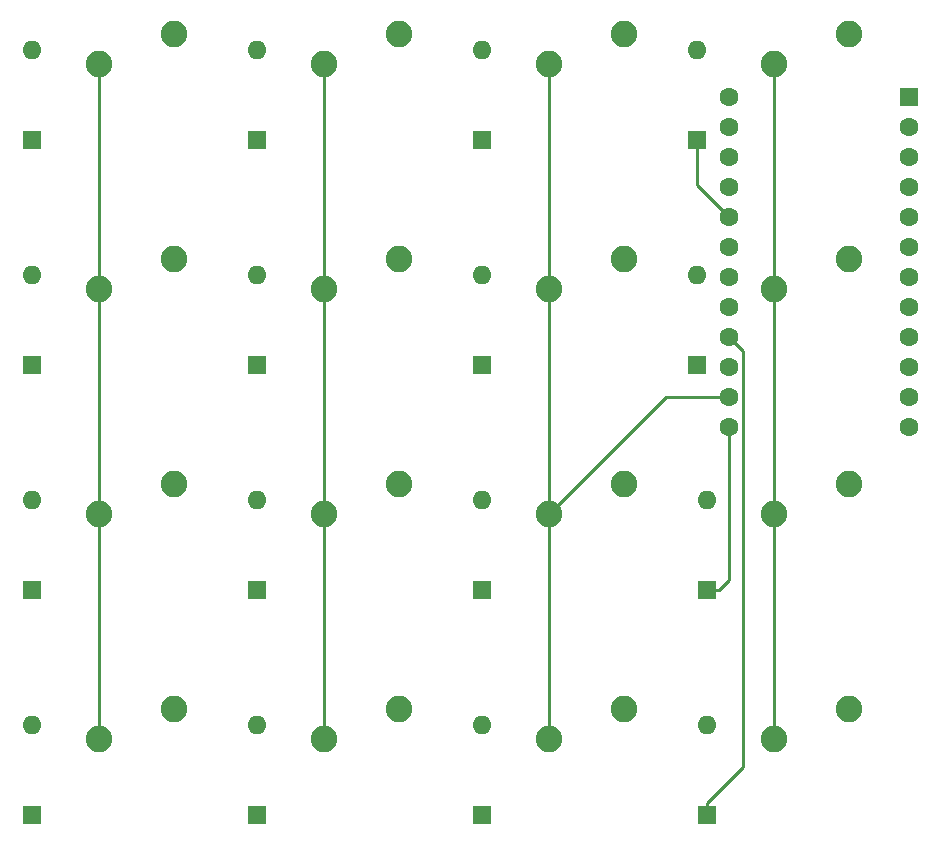
<source format=gbl>
G04 #@! TF.GenerationSoftware,KiCad,Pcbnew,(5.1.6)-1*
G04 #@! TF.CreationDate,2020-08-20T21:51:45+02:00*
G04 #@! TF.ProjectId,europa,6575726f-7061-42e6-9b69-6361645f7063,rev?*
G04 #@! TF.SameCoordinates,Original*
G04 #@! TF.FileFunction,Copper,L2,Bot*
G04 #@! TF.FilePolarity,Positive*
%FSLAX46Y46*%
G04 Gerber Fmt 4.6, Leading zero omitted, Abs format (unit mm)*
G04 Created by KiCad (PCBNEW (5.1.6)-1) date 2020-08-20 21:51:45*
%MOMM*%
%LPD*%
G01*
G04 APERTURE LIST*
G04 #@! TA.AperFunction,ComponentPad*
%ADD10C,1.600000*%
G04 #@! TD*
G04 #@! TA.AperFunction,ComponentPad*
%ADD11R,1.600000X1.600000*%
G04 #@! TD*
G04 #@! TA.AperFunction,ComponentPad*
%ADD12C,2.250000*%
G04 #@! TD*
G04 #@! TA.AperFunction,ComponentPad*
%ADD13O,1.600000X1.600000*%
G04 #@! TD*
G04 #@! TA.AperFunction,Conductor*
%ADD14C,0.250000*%
G04 #@! TD*
G04 APERTURE END LIST*
D10*
X130492500Y-65405000D03*
X130492500Y-67945000D03*
X130492500Y-70485000D03*
X130492500Y-73025000D03*
X130492500Y-75565000D03*
X130492500Y-78105000D03*
X130492500Y-80645000D03*
X130492500Y-83185000D03*
X130492500Y-85725000D03*
X130492500Y-88265000D03*
X130492500Y-90805000D03*
X130492500Y-93345000D03*
X145732500Y-93345000D03*
X145732500Y-90805000D03*
X145732500Y-88265000D03*
X145732500Y-85725000D03*
X145732500Y-83185000D03*
X145732500Y-80645000D03*
X145732500Y-78105000D03*
X145732500Y-75565000D03*
X145732500Y-73025000D03*
X145732500Y-70485000D03*
X145732500Y-67945000D03*
D11*
X145732500Y-65405000D03*
D12*
X140652500Y-117157500D03*
X134302500Y-119697500D03*
X121602500Y-117157500D03*
X115252500Y-119697500D03*
X102552500Y-117157500D03*
X96202500Y-119697500D03*
X83502500Y-117157500D03*
X77152500Y-119697500D03*
X140652500Y-98107500D03*
X134302500Y-100647500D03*
X121602500Y-98107500D03*
X115252500Y-100647500D03*
X102552500Y-98107500D03*
X96202500Y-100647500D03*
X83502500Y-98107500D03*
X77152500Y-100647500D03*
X140652500Y-79057500D03*
X134302500Y-81597500D03*
X121602500Y-79057500D03*
X115252500Y-81597500D03*
X102552500Y-79057500D03*
X96202500Y-81597500D03*
X83502500Y-79057500D03*
X77152500Y-81597500D03*
X140652500Y-60007500D03*
X134302500Y-62547500D03*
X121602500Y-60007500D03*
X115252500Y-62547500D03*
X102552500Y-60007500D03*
X96202500Y-62547500D03*
X83502500Y-60007500D03*
X77152500Y-62547500D03*
D13*
X128587500Y-118586250D03*
D11*
X128587500Y-126206250D03*
D13*
X109537500Y-118586250D03*
D11*
X109537500Y-126206250D03*
D13*
X90487500Y-118586250D03*
D11*
X90487500Y-126206250D03*
D13*
X71437500Y-118586250D03*
D11*
X71437500Y-126206250D03*
D13*
X128587500Y-99536250D03*
D11*
X128587500Y-107156250D03*
D13*
X109537500Y-99536250D03*
D11*
X109537500Y-107156250D03*
D13*
X90487500Y-99536250D03*
D11*
X90487500Y-107156250D03*
D13*
X71437500Y-99536250D03*
D11*
X71437500Y-107156250D03*
D13*
X127793750Y-80486250D03*
D11*
X127793750Y-88106250D03*
D13*
X109537500Y-80486250D03*
D11*
X109537500Y-88106250D03*
D13*
X90487500Y-80486250D03*
D11*
X90487500Y-88106250D03*
D13*
X71437500Y-80486250D03*
D11*
X71437500Y-88106250D03*
D13*
X127793750Y-61436250D03*
D11*
X127793750Y-69056250D03*
D13*
X109537500Y-61436250D03*
D11*
X109537500Y-69056250D03*
D13*
X90487500Y-61436250D03*
D11*
X90487500Y-69056250D03*
D13*
X71437500Y-61436250D03*
D11*
X71437500Y-69056250D03*
D14*
X127793750Y-72866250D02*
X130492500Y-75565000D01*
X127793750Y-69056250D02*
X127793750Y-72866250D01*
X130492500Y-94476370D02*
X130492500Y-93345000D01*
X130492500Y-106301250D02*
X130492500Y-94476370D01*
X129637500Y-107156250D02*
X130492500Y-106301250D01*
X128587500Y-107156250D02*
X129637500Y-107156250D01*
X131292499Y-86524999D02*
X130492500Y-85725000D01*
X131617501Y-86850001D02*
X131292499Y-86524999D01*
X131617501Y-122126249D02*
X131617501Y-86850001D01*
X128587500Y-125156250D02*
X131617501Y-122126249D01*
X128587500Y-126206250D02*
X128587500Y-125156250D01*
X77152500Y-62547500D02*
X77152500Y-81597500D01*
X77152500Y-83188490D02*
X77152500Y-100647500D01*
X77152500Y-81597500D02*
X77152500Y-83188490D01*
X77152500Y-102238490D02*
X77152500Y-119697500D01*
X77152500Y-100647500D02*
X77152500Y-102238490D01*
X96202500Y-64138490D02*
X96202500Y-81597500D01*
X96202500Y-62547500D02*
X96202500Y-64138490D01*
X96202500Y-81597500D02*
X96202500Y-100647500D01*
X96202500Y-102238490D02*
X96202500Y-119697500D01*
X96202500Y-100647500D02*
X96202500Y-102238490D01*
X115252500Y-62547500D02*
X115252500Y-81597500D01*
X115252500Y-83188490D02*
X115252500Y-100647500D01*
X115252500Y-81597500D02*
X115252500Y-83188490D01*
X115252500Y-102238490D02*
X115252500Y-119697500D01*
X115252500Y-100647500D02*
X115252500Y-102238490D01*
X125095000Y-90805000D02*
X130492500Y-90805000D01*
X115252500Y-100647500D02*
X125095000Y-90805000D01*
X134302500Y-64138490D02*
X134302500Y-81597500D01*
X134302500Y-62547500D02*
X134302500Y-64138490D01*
X134302500Y-83188490D02*
X134302500Y-100647500D01*
X134302500Y-81597500D02*
X134302500Y-83188490D01*
X134302500Y-102238490D02*
X134302500Y-119697500D01*
X134302500Y-100647500D02*
X134302500Y-102238490D01*
M02*

</source>
